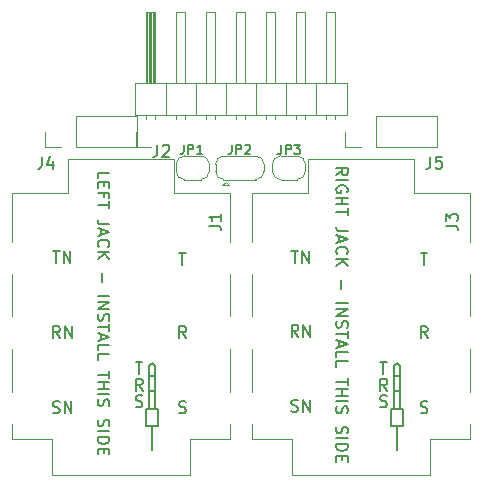
<source format=gbr>
%TF.GenerationSoftware,KiCad,Pcbnew,(6.0.0-0)*%
%TF.CreationDate,2022-03-04T21:17:09-05:00*%
%TF.ProjectId,audio-jack,61756469-6f2d-46a6-9163-6b2e6b696361,rev?*%
%TF.SameCoordinates,Original*%
%TF.FileFunction,Legend,Top*%
%TF.FilePolarity,Positive*%
%FSLAX46Y46*%
G04 Gerber Fmt 4.6, Leading zero omitted, Abs format (unit mm)*
G04 Created by KiCad (PCBNEW (6.0.0-0)) date 2022-03-04 21:17:09*
%MOMM*%
%LPD*%
G01*
G04 APERTURE LIST*
%ADD10C,0.150000*%
%ADD11C,0.120000*%
G04 APERTURE END LIST*
D10*
X125023619Y-63501428D02*
X125023619Y-63025238D01*
X126023619Y-63025238D01*
X125547428Y-63834761D02*
X125547428Y-64168095D01*
X125023619Y-64310952D02*
X125023619Y-63834761D01*
X126023619Y-63834761D01*
X126023619Y-64310952D01*
X125547428Y-65072857D02*
X125547428Y-64739523D01*
X125023619Y-64739523D02*
X126023619Y-64739523D01*
X126023619Y-65215714D01*
X126023619Y-65453809D02*
X126023619Y-66025238D01*
X125023619Y-65739523D02*
X126023619Y-65739523D01*
X126023619Y-67406190D02*
X125309333Y-67406190D01*
X125166476Y-67358571D01*
X125071238Y-67263333D01*
X125023619Y-67120476D01*
X125023619Y-67025238D01*
X125309333Y-67834761D02*
X125309333Y-68310952D01*
X125023619Y-67739523D02*
X126023619Y-68072857D01*
X125023619Y-68406190D01*
X125118857Y-69310952D02*
X125071238Y-69263333D01*
X125023619Y-69120476D01*
X125023619Y-69025238D01*
X125071238Y-68882380D01*
X125166476Y-68787142D01*
X125261714Y-68739523D01*
X125452190Y-68691904D01*
X125595047Y-68691904D01*
X125785523Y-68739523D01*
X125880761Y-68787142D01*
X125976000Y-68882380D01*
X126023619Y-69025238D01*
X126023619Y-69120476D01*
X125976000Y-69263333D01*
X125928380Y-69310952D01*
X125023619Y-69739523D02*
X126023619Y-69739523D01*
X125023619Y-70310952D02*
X125595047Y-69882380D01*
X126023619Y-70310952D02*
X125452190Y-69739523D01*
X125404571Y-71501428D02*
X125404571Y-72263333D01*
X125023619Y-73501428D02*
X126023619Y-73501428D01*
X125023619Y-73977619D02*
X126023619Y-73977619D01*
X125023619Y-74549047D01*
X126023619Y-74549047D01*
X125071238Y-74977619D02*
X125023619Y-75120476D01*
X125023619Y-75358571D01*
X125071238Y-75453809D01*
X125118857Y-75501428D01*
X125214095Y-75549047D01*
X125309333Y-75549047D01*
X125404571Y-75501428D01*
X125452190Y-75453809D01*
X125499809Y-75358571D01*
X125547428Y-75168095D01*
X125595047Y-75072857D01*
X125642666Y-75025238D01*
X125737904Y-74977619D01*
X125833142Y-74977619D01*
X125928380Y-75025238D01*
X125976000Y-75072857D01*
X126023619Y-75168095D01*
X126023619Y-75406190D01*
X125976000Y-75549047D01*
X126023619Y-75834761D02*
X126023619Y-76406190D01*
X125023619Y-76120476D02*
X126023619Y-76120476D01*
X125309333Y-76691904D02*
X125309333Y-77168095D01*
X125023619Y-76596666D02*
X126023619Y-76930000D01*
X125023619Y-77263333D01*
X125023619Y-78072857D02*
X125023619Y-77596666D01*
X126023619Y-77596666D01*
X125023619Y-78882380D02*
X125023619Y-78406190D01*
X126023619Y-78406190D01*
X126023619Y-79834761D02*
X126023619Y-80406190D01*
X125023619Y-80120476D02*
X126023619Y-80120476D01*
X125023619Y-80739523D02*
X126023619Y-80739523D01*
X125547428Y-80739523D02*
X125547428Y-81310952D01*
X125023619Y-81310952D02*
X126023619Y-81310952D01*
X125023619Y-81787142D02*
X126023619Y-81787142D01*
X125071238Y-82215714D02*
X125023619Y-82358571D01*
X125023619Y-82596666D01*
X125071238Y-82691904D01*
X125118857Y-82739523D01*
X125214095Y-82787142D01*
X125309333Y-82787142D01*
X125404571Y-82739523D01*
X125452190Y-82691904D01*
X125499809Y-82596666D01*
X125547428Y-82406190D01*
X125595047Y-82310952D01*
X125642666Y-82263333D01*
X125737904Y-82215714D01*
X125833142Y-82215714D01*
X125928380Y-82263333D01*
X125976000Y-82310952D01*
X126023619Y-82406190D01*
X126023619Y-82644285D01*
X125976000Y-82787142D01*
X125071238Y-83930000D02*
X125023619Y-84072857D01*
X125023619Y-84310952D01*
X125071238Y-84406190D01*
X125118857Y-84453809D01*
X125214095Y-84501428D01*
X125309333Y-84501428D01*
X125404571Y-84453809D01*
X125452190Y-84406190D01*
X125499809Y-84310952D01*
X125547428Y-84120476D01*
X125595047Y-84025238D01*
X125642666Y-83977619D01*
X125737904Y-83930000D01*
X125833142Y-83930000D01*
X125928380Y-83977619D01*
X125976000Y-84025238D01*
X126023619Y-84120476D01*
X126023619Y-84358571D01*
X125976000Y-84501428D01*
X125023619Y-84930000D02*
X126023619Y-84930000D01*
X125023619Y-85406190D02*
X126023619Y-85406190D01*
X126023619Y-85644285D01*
X125976000Y-85787142D01*
X125880761Y-85882380D01*
X125785523Y-85930000D01*
X125595047Y-85977619D01*
X125452190Y-85977619D01*
X125261714Y-85930000D01*
X125166476Y-85882380D01*
X125071238Y-85787142D01*
X125023619Y-85644285D01*
X125023619Y-85406190D01*
X125547428Y-86406190D02*
X125547428Y-86739523D01*
X125023619Y-86882380D02*
X125023619Y-86406190D01*
X126023619Y-86406190D01*
X126023619Y-86882380D01*
X150114000Y-79375000D02*
X150368000Y-79121000D01*
X150114000Y-83058000D02*
X150114000Y-79375000D01*
X129921000Y-83058000D02*
X129413000Y-83058000D01*
X150876000Y-84455000D02*
X150876000Y-83058000D01*
X129413000Y-79375000D02*
X129667000Y-79121000D01*
X150368000Y-84455000D02*
X150368000Y-86487000D01*
X129413000Y-80264000D02*
X129921000Y-80264000D01*
X129413000Y-81534000D02*
X129921000Y-81534000D01*
X130175000Y-83058000D02*
X129921000Y-83058000D01*
X150114000Y-80264000D02*
X150622000Y-80264000D01*
X129159000Y-83058000D02*
X129159000Y-84455000D01*
X129667000Y-84455000D02*
X129667000Y-86487000D01*
X150114000Y-81534000D02*
X150622000Y-81534000D01*
X149860000Y-84455000D02*
X150876000Y-84455000D01*
X129413000Y-83058000D02*
X129159000Y-83058000D01*
X150368000Y-79121000D02*
X150622000Y-79375000D01*
X130175000Y-84455000D02*
X130175000Y-83058000D01*
X129413000Y-83058000D02*
X129413000Y-79375000D01*
X150114000Y-83058000D02*
X149860000Y-83058000D01*
X129159000Y-84455000D02*
X130175000Y-84455000D01*
X129921000Y-79375000D02*
X129921000Y-83058000D01*
X150876000Y-83058000D02*
X150622000Y-83058000D01*
X149860000Y-83058000D02*
X149860000Y-84455000D01*
X150622000Y-79375000D02*
X150622000Y-83058000D01*
X129667000Y-79121000D02*
X129921000Y-79375000D01*
X150622000Y-83058000D02*
X150114000Y-83058000D01*
X121237476Y-83335761D02*
X121380333Y-83383380D01*
X121618428Y-83383380D01*
X121713666Y-83335761D01*
X121761285Y-83288142D01*
X121808904Y-83192904D01*
X121808904Y-83097666D01*
X121761285Y-83002428D01*
X121713666Y-82954809D01*
X121618428Y-82907190D01*
X121427952Y-82859571D01*
X121332714Y-82811952D01*
X121285095Y-82764333D01*
X121237476Y-82669095D01*
X121237476Y-82573857D01*
X121285095Y-82478619D01*
X121332714Y-82431000D01*
X121427952Y-82383380D01*
X121666047Y-82383380D01*
X121808904Y-82431000D01*
X122237476Y-83383380D02*
X122237476Y-82383380D01*
X122808904Y-83383380D01*
X122808904Y-82383380D01*
X128238285Y-79081380D02*
X128809714Y-79081380D01*
X128524000Y-80081380D02*
X128524000Y-79081380D01*
X142025714Y-76906380D02*
X141692380Y-76430190D01*
X141454285Y-76906380D02*
X141454285Y-75906380D01*
X141835238Y-75906380D01*
X141930476Y-75954000D01*
X141978095Y-76001619D01*
X142025714Y-76096857D01*
X142025714Y-76239714D01*
X141978095Y-76334952D01*
X141930476Y-76382571D01*
X141835238Y-76430190D01*
X141454285Y-76430190D01*
X142454285Y-76906380D02*
X142454285Y-75906380D01*
X143025714Y-76906380D01*
X143025714Y-75906380D01*
X121237476Y-69683380D02*
X121808904Y-69683380D01*
X121523190Y-70683380D02*
X121523190Y-69683380D01*
X122142238Y-70683380D02*
X122142238Y-69683380D01*
X122713666Y-70683380D01*
X122713666Y-69683380D01*
X121832714Y-77033380D02*
X121499380Y-76557190D01*
X121261285Y-77033380D02*
X121261285Y-76033380D01*
X121642238Y-76033380D01*
X121737476Y-76081000D01*
X121785095Y-76128619D01*
X121832714Y-76223857D01*
X121832714Y-76366714D01*
X121785095Y-76461952D01*
X121737476Y-76509571D01*
X121642238Y-76557190D01*
X121261285Y-76557190D01*
X122261285Y-77033380D02*
X122261285Y-76033380D01*
X122832714Y-77033380D01*
X122832714Y-76033380D01*
X131921285Y-69810380D02*
X132492714Y-69810380D01*
X132207000Y-70810380D02*
X132207000Y-69810380D01*
X145216619Y-63247476D02*
X145692809Y-62914142D01*
X145216619Y-62676047D02*
X146216619Y-62676047D01*
X146216619Y-63057000D01*
X146169000Y-63152238D01*
X146121380Y-63199857D01*
X146026142Y-63247476D01*
X145883285Y-63247476D01*
X145788047Y-63199857D01*
X145740428Y-63152238D01*
X145692809Y-63057000D01*
X145692809Y-62676047D01*
X145216619Y-63676047D02*
X146216619Y-63676047D01*
X146169000Y-64676047D02*
X146216619Y-64580809D01*
X146216619Y-64437952D01*
X146169000Y-64295095D01*
X146073761Y-64199857D01*
X145978523Y-64152238D01*
X145788047Y-64104619D01*
X145645190Y-64104619D01*
X145454714Y-64152238D01*
X145359476Y-64199857D01*
X145264238Y-64295095D01*
X145216619Y-64437952D01*
X145216619Y-64533190D01*
X145264238Y-64676047D01*
X145311857Y-64723666D01*
X145645190Y-64723666D01*
X145645190Y-64533190D01*
X145216619Y-65152238D02*
X146216619Y-65152238D01*
X145740428Y-65152238D02*
X145740428Y-65723666D01*
X145216619Y-65723666D02*
X146216619Y-65723666D01*
X146216619Y-66057000D02*
X146216619Y-66628428D01*
X145216619Y-66342714D02*
X146216619Y-66342714D01*
X146216619Y-68009380D02*
X145502333Y-68009380D01*
X145359476Y-67961761D01*
X145264238Y-67866523D01*
X145216619Y-67723666D01*
X145216619Y-67628428D01*
X145502333Y-68437952D02*
X145502333Y-68914142D01*
X145216619Y-68342714D02*
X146216619Y-68676047D01*
X145216619Y-69009380D01*
X145311857Y-69914142D02*
X145264238Y-69866523D01*
X145216619Y-69723666D01*
X145216619Y-69628428D01*
X145264238Y-69485571D01*
X145359476Y-69390333D01*
X145454714Y-69342714D01*
X145645190Y-69295095D01*
X145788047Y-69295095D01*
X145978523Y-69342714D01*
X146073761Y-69390333D01*
X146169000Y-69485571D01*
X146216619Y-69628428D01*
X146216619Y-69723666D01*
X146169000Y-69866523D01*
X146121380Y-69914142D01*
X145216619Y-70342714D02*
X146216619Y-70342714D01*
X145216619Y-70914142D02*
X145788047Y-70485571D01*
X146216619Y-70914142D02*
X145645190Y-70342714D01*
X145597571Y-72104619D02*
X145597571Y-72866523D01*
X145216619Y-74104619D02*
X146216619Y-74104619D01*
X145216619Y-74580809D02*
X146216619Y-74580809D01*
X145216619Y-75152238D01*
X146216619Y-75152238D01*
X145264238Y-75580809D02*
X145216619Y-75723666D01*
X145216619Y-75961761D01*
X145264238Y-76057000D01*
X145311857Y-76104619D01*
X145407095Y-76152238D01*
X145502333Y-76152238D01*
X145597571Y-76104619D01*
X145645190Y-76057000D01*
X145692809Y-75961761D01*
X145740428Y-75771285D01*
X145788047Y-75676047D01*
X145835666Y-75628428D01*
X145930904Y-75580809D01*
X146026142Y-75580809D01*
X146121380Y-75628428D01*
X146169000Y-75676047D01*
X146216619Y-75771285D01*
X146216619Y-76009380D01*
X146169000Y-76152238D01*
X146216619Y-76437952D02*
X146216619Y-77009380D01*
X145216619Y-76723666D02*
X146216619Y-76723666D01*
X145502333Y-77295095D02*
X145502333Y-77771285D01*
X145216619Y-77199857D02*
X146216619Y-77533190D01*
X145216619Y-77866523D01*
X145216619Y-78676047D02*
X145216619Y-78199857D01*
X146216619Y-78199857D01*
X145216619Y-79485571D02*
X145216619Y-79009380D01*
X146216619Y-79009380D01*
X146216619Y-80437952D02*
X146216619Y-81009380D01*
X145216619Y-80723666D02*
X146216619Y-80723666D01*
X145216619Y-81342714D02*
X146216619Y-81342714D01*
X145740428Y-81342714D02*
X145740428Y-81914142D01*
X145216619Y-81914142D02*
X146216619Y-81914142D01*
X145216619Y-82390333D02*
X146216619Y-82390333D01*
X145264238Y-82818904D02*
X145216619Y-82961761D01*
X145216619Y-83199857D01*
X145264238Y-83295095D01*
X145311857Y-83342714D01*
X145407095Y-83390333D01*
X145502333Y-83390333D01*
X145597571Y-83342714D01*
X145645190Y-83295095D01*
X145692809Y-83199857D01*
X145740428Y-83009380D01*
X145788047Y-82914142D01*
X145835666Y-82866523D01*
X145930904Y-82818904D01*
X146026142Y-82818904D01*
X146121380Y-82866523D01*
X146169000Y-82914142D01*
X146216619Y-83009380D01*
X146216619Y-83247476D01*
X146169000Y-83390333D01*
X145264238Y-84533190D02*
X145216619Y-84676047D01*
X145216619Y-84914142D01*
X145264238Y-85009380D01*
X145311857Y-85057000D01*
X145407095Y-85104619D01*
X145502333Y-85104619D01*
X145597571Y-85057000D01*
X145645190Y-85009380D01*
X145692809Y-84914142D01*
X145740428Y-84723666D01*
X145788047Y-84628428D01*
X145835666Y-84580809D01*
X145930904Y-84533190D01*
X146026142Y-84533190D01*
X146121380Y-84580809D01*
X146169000Y-84628428D01*
X146216619Y-84723666D01*
X146216619Y-84961761D01*
X146169000Y-85104619D01*
X145216619Y-85533190D02*
X146216619Y-85533190D01*
X145216619Y-86009380D02*
X146216619Y-86009380D01*
X146216619Y-86247476D01*
X146169000Y-86390333D01*
X146073761Y-86485571D01*
X145978523Y-86533190D01*
X145788047Y-86580809D01*
X145645190Y-86580809D01*
X145454714Y-86533190D01*
X145359476Y-86485571D01*
X145264238Y-86390333D01*
X145216619Y-86247476D01*
X145216619Y-86009380D01*
X145740428Y-87009380D02*
X145740428Y-87342714D01*
X145216619Y-87485571D02*
X145216619Y-87009380D01*
X146216619Y-87009380D01*
X146216619Y-87485571D01*
X152963523Y-77033380D02*
X152630190Y-76557190D01*
X152392095Y-77033380D02*
X152392095Y-76033380D01*
X152773047Y-76033380D01*
X152868285Y-76081000D01*
X152915904Y-76128619D01*
X152963523Y-76223857D01*
X152963523Y-76366714D01*
X152915904Y-76461952D01*
X152868285Y-76509571D01*
X152773047Y-76557190D01*
X152392095Y-76557190D01*
X148939285Y-82827761D02*
X149082142Y-82875380D01*
X149320238Y-82875380D01*
X149415476Y-82827761D01*
X149463095Y-82780142D01*
X149510714Y-82684904D01*
X149510714Y-82589666D01*
X149463095Y-82494428D01*
X149415476Y-82446809D01*
X149320238Y-82399190D01*
X149129761Y-82351571D01*
X149034523Y-82303952D01*
X148986904Y-82256333D01*
X148939285Y-82161095D01*
X148939285Y-82065857D01*
X148986904Y-81970619D01*
X149034523Y-81923000D01*
X149129761Y-81875380D01*
X149367857Y-81875380D01*
X149510714Y-81923000D01*
X141430476Y-69683380D02*
X142001904Y-69683380D01*
X141716190Y-70683380D02*
X141716190Y-69683380D01*
X142335238Y-70683380D02*
X142335238Y-69683380D01*
X142906666Y-70683380D01*
X142906666Y-69683380D01*
X152368285Y-69810380D02*
X152939714Y-69810380D01*
X152654000Y-70810380D02*
X152654000Y-69810380D01*
X152368285Y-83335761D02*
X152511142Y-83383380D01*
X152749238Y-83383380D01*
X152844476Y-83335761D01*
X152892095Y-83288142D01*
X152939714Y-83192904D01*
X152939714Y-83097666D01*
X152892095Y-83002428D01*
X152844476Y-82954809D01*
X152749238Y-82907190D01*
X152558761Y-82859571D01*
X152463523Y-82811952D01*
X152415904Y-82764333D01*
X152368285Y-82669095D01*
X152368285Y-82573857D01*
X152415904Y-82478619D01*
X152463523Y-82431000D01*
X152558761Y-82383380D01*
X152796857Y-82383380D01*
X152939714Y-82431000D01*
X131921285Y-83335761D02*
X132064142Y-83383380D01*
X132302238Y-83383380D01*
X132397476Y-83335761D01*
X132445095Y-83288142D01*
X132492714Y-83192904D01*
X132492714Y-83097666D01*
X132445095Y-83002428D01*
X132397476Y-82954809D01*
X132302238Y-82907190D01*
X132111761Y-82859571D01*
X132016523Y-82811952D01*
X131968904Y-82764333D01*
X131921285Y-82669095D01*
X131921285Y-82573857D01*
X131968904Y-82478619D01*
X132016523Y-82431000D01*
X132111761Y-82383380D01*
X132349857Y-82383380D01*
X132492714Y-82431000D01*
X141430476Y-83208761D02*
X141573333Y-83256380D01*
X141811428Y-83256380D01*
X141906666Y-83208761D01*
X141954285Y-83161142D01*
X142001904Y-83065904D01*
X142001904Y-82970666D01*
X141954285Y-82875428D01*
X141906666Y-82827809D01*
X141811428Y-82780190D01*
X141620952Y-82732571D01*
X141525714Y-82684952D01*
X141478095Y-82637333D01*
X141430476Y-82542095D01*
X141430476Y-82446857D01*
X141478095Y-82351619D01*
X141525714Y-82304000D01*
X141620952Y-82256380D01*
X141859047Y-82256380D01*
X142001904Y-82304000D01*
X142430476Y-83256380D02*
X142430476Y-82256380D01*
X143001904Y-83256380D01*
X143001904Y-82256380D01*
X132516523Y-77033380D02*
X132183190Y-76557190D01*
X131945095Y-77033380D02*
X131945095Y-76033380D01*
X132326047Y-76033380D01*
X132421285Y-76081000D01*
X132468904Y-76128619D01*
X132516523Y-76223857D01*
X132516523Y-76366714D01*
X132468904Y-76461952D01*
X132421285Y-76509571D01*
X132326047Y-76557190D01*
X131945095Y-76557190D01*
X148939285Y-79081380D02*
X149510714Y-79081380D01*
X149225000Y-80081380D02*
X149225000Y-79081380D01*
X149534523Y-81478380D02*
X149201190Y-81002190D01*
X148963095Y-81478380D02*
X148963095Y-80478380D01*
X149344047Y-80478380D01*
X149439285Y-80526000D01*
X149486904Y-80573619D01*
X149534523Y-80668857D01*
X149534523Y-80811714D01*
X149486904Y-80906952D01*
X149439285Y-80954571D01*
X149344047Y-81002190D01*
X148963095Y-81002190D01*
X128238285Y-82827761D02*
X128381142Y-82875380D01*
X128619238Y-82875380D01*
X128714476Y-82827761D01*
X128762095Y-82780142D01*
X128809714Y-82684904D01*
X128809714Y-82589666D01*
X128762095Y-82494428D01*
X128714476Y-82446809D01*
X128619238Y-82399190D01*
X128428761Y-82351571D01*
X128333523Y-82303952D01*
X128285904Y-82256333D01*
X128238285Y-82161095D01*
X128238285Y-82065857D01*
X128285904Y-81970619D01*
X128333523Y-81923000D01*
X128428761Y-81875380D01*
X128666857Y-81875380D01*
X128809714Y-81923000D01*
X128833523Y-81478380D02*
X128500190Y-81002190D01*
X128262095Y-81478380D02*
X128262095Y-80478380D01*
X128643047Y-80478380D01*
X128738285Y-80526000D01*
X128785904Y-80573619D01*
X128833523Y-80668857D01*
X128833523Y-80811714D01*
X128785904Y-80906952D01*
X128738285Y-80954571D01*
X128643047Y-81002190D01*
X128262095Y-81002190D01*
%TO.C,J1*%
X134453380Y-67516333D02*
X135167666Y-67516333D01*
X135310523Y-67563952D01*
X135405761Y-67659190D01*
X135453380Y-67802047D01*
X135453380Y-67897285D01*
X135453380Y-66516333D02*
X135453380Y-67087761D01*
X135453380Y-66802047D02*
X134453380Y-66802047D01*
X134596238Y-66897285D01*
X134691476Y-66992523D01*
X134739095Y-67087761D01*
%TO.C,J5*%
X153209666Y-61682380D02*
X153209666Y-62396666D01*
X153162047Y-62539523D01*
X153066809Y-62634761D01*
X152923952Y-62682380D01*
X152828714Y-62682380D01*
X154162047Y-61682380D02*
X153685857Y-61682380D01*
X153638238Y-62158571D01*
X153685857Y-62110952D01*
X153781095Y-62063333D01*
X154019190Y-62063333D01*
X154114428Y-62110952D01*
X154162047Y-62158571D01*
X154209666Y-62253809D01*
X154209666Y-62491904D01*
X154162047Y-62587142D01*
X154114428Y-62634761D01*
X154019190Y-62682380D01*
X153781095Y-62682380D01*
X153685857Y-62634761D01*
X153638238Y-62587142D01*
%TO.C,JP3*%
X140557333Y-60648904D02*
X140557333Y-61220333D01*
X140519238Y-61334619D01*
X140443047Y-61410809D01*
X140328761Y-61448904D01*
X140252571Y-61448904D01*
X140938285Y-61448904D02*
X140938285Y-60648904D01*
X141243047Y-60648904D01*
X141319238Y-60687000D01*
X141357333Y-60725095D01*
X141395428Y-60801285D01*
X141395428Y-60915571D01*
X141357333Y-60991761D01*
X141319238Y-61029857D01*
X141243047Y-61067952D01*
X140938285Y-61067952D01*
X141662095Y-60648904D02*
X142157333Y-60648904D01*
X141890666Y-60953666D01*
X142004952Y-60953666D01*
X142081142Y-60991761D01*
X142119238Y-61029857D01*
X142157333Y-61106047D01*
X142157333Y-61296523D01*
X142119238Y-61372714D01*
X142081142Y-61410809D01*
X142004952Y-61448904D01*
X141776380Y-61448904D01*
X141700190Y-61410809D01*
X141662095Y-61372714D01*
%TO.C,JP1*%
X132302333Y-60648904D02*
X132302333Y-61220333D01*
X132264238Y-61334619D01*
X132188047Y-61410809D01*
X132073761Y-61448904D01*
X131997571Y-61448904D01*
X132683285Y-61448904D02*
X132683285Y-60648904D01*
X132988047Y-60648904D01*
X133064238Y-60687000D01*
X133102333Y-60725095D01*
X133140428Y-60801285D01*
X133140428Y-60915571D01*
X133102333Y-60991761D01*
X133064238Y-61029857D01*
X132988047Y-61067952D01*
X132683285Y-61067952D01*
X133902333Y-61448904D02*
X133445190Y-61448904D01*
X133673761Y-61448904D02*
X133673761Y-60648904D01*
X133597571Y-60763190D01*
X133521380Y-60839380D01*
X133445190Y-60877476D01*
%TO.C,J4*%
X120316666Y-61682380D02*
X120316666Y-62396666D01*
X120269047Y-62539523D01*
X120173809Y-62634761D01*
X120030952Y-62682380D01*
X119935714Y-62682380D01*
X121221428Y-62015714D02*
X121221428Y-62682380D01*
X120983333Y-61634761D02*
X120745238Y-62349047D01*
X121364285Y-62349047D01*
%TO.C,JP2*%
X136366333Y-60648904D02*
X136366333Y-61220333D01*
X136328238Y-61334619D01*
X136252047Y-61410809D01*
X136137761Y-61448904D01*
X136061571Y-61448904D01*
X136747285Y-61448904D02*
X136747285Y-60648904D01*
X137052047Y-60648904D01*
X137128238Y-60687000D01*
X137166333Y-60725095D01*
X137204428Y-60801285D01*
X137204428Y-60915571D01*
X137166333Y-60991761D01*
X137128238Y-61029857D01*
X137052047Y-61067952D01*
X136747285Y-61067952D01*
X137509190Y-60725095D02*
X137547285Y-60687000D01*
X137623476Y-60648904D01*
X137813952Y-60648904D01*
X137890142Y-60687000D01*
X137928238Y-60725095D01*
X137966333Y-60801285D01*
X137966333Y-60877476D01*
X137928238Y-60991761D01*
X137471095Y-61448904D01*
X137966333Y-61448904D01*
%TO.C,J2*%
X130095666Y-60666380D02*
X130095666Y-61380666D01*
X130048047Y-61523523D01*
X129952809Y-61618761D01*
X129809952Y-61666380D01*
X129714714Y-61666380D01*
X130524238Y-60761619D02*
X130571857Y-60714000D01*
X130667095Y-60666380D01*
X130905190Y-60666380D01*
X131000428Y-60714000D01*
X131048047Y-60761619D01*
X131095666Y-60856857D01*
X131095666Y-60952095D01*
X131048047Y-61094952D01*
X130476619Y-61666380D01*
X131095666Y-61666380D01*
%TO.C,J3*%
X154519380Y-67516333D02*
X155233666Y-67516333D01*
X155376523Y-67563952D01*
X155471761Y-67659190D01*
X155519380Y-67802047D01*
X155519380Y-67897285D01*
X154519380Y-67135380D02*
X154519380Y-66516333D01*
X154900333Y-66849666D01*
X154900333Y-66706809D01*
X154947952Y-66611571D01*
X154995571Y-66563952D01*
X155090809Y-66516333D01*
X155328904Y-66516333D01*
X155424142Y-66563952D01*
X155471761Y-66611571D01*
X155519380Y-66706809D01*
X155519380Y-66992523D01*
X155471761Y-67087761D01*
X155424142Y-67135380D01*
D11*
%TO.C,J1*%
X136233000Y-85601000D02*
X136233000Y-84281000D01*
X132833000Y-85601000D02*
X136233000Y-85601000D01*
X136233000Y-77981000D02*
X136233000Y-81581000D01*
X117793000Y-81581000D02*
X117793000Y-77981000D01*
X121193000Y-88601000D02*
X132833000Y-88601000D01*
X117793000Y-68881000D02*
X117793000Y-64751000D01*
X122583000Y-61831000D02*
X131483000Y-61831000D01*
X121193000Y-85601000D02*
X121193000Y-88601000D01*
X117793000Y-85601000D02*
X121193000Y-85601000D01*
X131483000Y-64751000D02*
X136233000Y-64751000D01*
X132833000Y-85601000D02*
X132833000Y-88601000D01*
X136233000Y-64751000D02*
X136233000Y-68881000D01*
X122543000Y-61831000D02*
X122543000Y-64751000D01*
X136233000Y-71581000D02*
X136233000Y-75181000D01*
X117793000Y-75181000D02*
X117793000Y-71581000D01*
X117793000Y-85601000D02*
X117793000Y-84281000D01*
X131483000Y-61831000D02*
X131483000Y-64751000D01*
X117793000Y-64751000D02*
X122543000Y-64751000D01*
%TO.C,J5*%
X148590000Y-58233000D02*
X153730000Y-58233000D01*
X148590000Y-60893000D02*
X153730000Y-60893000D01*
X147320000Y-60893000D02*
X145990000Y-60893000D01*
X153730000Y-60893000D02*
X153730000Y-58233000D01*
X148590000Y-60893000D02*
X148590000Y-58233000D01*
X145990000Y-60893000D02*
X145990000Y-59563000D01*
%TO.C,JP3*%
X139824000Y-62911000D02*
X139824000Y-62311000D01*
X140524000Y-61611000D02*
X141924000Y-61611000D01*
X141924000Y-63611000D02*
X140524000Y-63611000D01*
X142624000Y-62311000D02*
X142624000Y-62911000D01*
X141924000Y-63611000D02*
G75*
G03*
X142624000Y-62911000I1J699999D01*
G01*
X139824000Y-62911000D02*
G75*
G03*
X140524000Y-63611000I699999J-1D01*
G01*
X142624000Y-62311000D02*
G75*
G03*
X141924000Y-61611000I-699999J1D01*
G01*
X140524000Y-61611000D02*
G75*
G03*
X139824000Y-62311000I-1J-699999D01*
G01*
%TO.C,JP1*%
X131681000Y-62911000D02*
X131681000Y-62311000D01*
X132381000Y-61611000D02*
X133781000Y-61611000D01*
X133781000Y-63611000D02*
X132381000Y-63611000D01*
X134481000Y-62311000D02*
X134481000Y-62911000D01*
X134481000Y-62311000D02*
G75*
G03*
X133781000Y-61611000I-699999J1D01*
G01*
X132381000Y-61611000D02*
G75*
G03*
X131681000Y-62311000I-1J-699999D01*
G01*
X131681000Y-62911000D02*
G75*
G03*
X132381000Y-63611000I699999J-1D01*
G01*
X133781000Y-63611000D02*
G75*
G03*
X134481000Y-62911000I1J699999D01*
G01*
%TO.C,J4*%
X123190000Y-60893000D02*
X128330000Y-60893000D01*
X128330000Y-60893000D02*
X128330000Y-58233000D01*
X120590000Y-60893000D02*
X120590000Y-59563000D01*
X123190000Y-58233000D02*
X128330000Y-58233000D01*
X121920000Y-60893000D02*
X120590000Y-60893000D01*
X123190000Y-60893000D02*
X123190000Y-58233000D01*
%TO.C,JP2*%
X135013000Y-62911000D02*
X135013000Y-62311000D01*
X138463000Y-63611000D02*
X135663000Y-63611000D01*
X135563000Y-64111000D02*
X136163000Y-64111000D01*
X135863000Y-63811000D02*
X135563000Y-64111000D01*
X135863000Y-63811000D02*
X136163000Y-64111000D01*
X139113000Y-62311000D02*
X139113000Y-62911000D01*
X135663000Y-61611000D02*
X138463000Y-61611000D01*
X138413000Y-63611000D02*
G75*
G03*
X139113000Y-62911000I1J699999D01*
G01*
X135713000Y-61611000D02*
G75*
G03*
X135013000Y-62311000I-1J-699999D01*
G01*
X135013000Y-62911000D02*
G75*
G03*
X135713000Y-63611000I699999J-1D01*
G01*
X139113000Y-62311000D02*
G75*
G03*
X138413000Y-61611000I-699999J1D01*
G01*
%TO.C,J2*%
X128210000Y-55463000D02*
X128210000Y-58123000D01*
X144400000Y-58520071D02*
X144400000Y-58123000D01*
X131700000Y-55463000D02*
X131700000Y-49463000D01*
X140080000Y-58520071D02*
X140080000Y-58123000D01*
X135000000Y-58520071D02*
X135000000Y-58123000D01*
X138430000Y-58123000D02*
X138430000Y-55463000D01*
X134240000Y-58520071D02*
X134240000Y-58123000D01*
X137540000Y-58520071D02*
X137540000Y-58123000D01*
X142620000Y-49463000D02*
X142620000Y-55463000D01*
X129160000Y-58453000D02*
X129160000Y-58123000D01*
X129160000Y-49463000D02*
X129920000Y-49463000D01*
X139320000Y-55463000D02*
X139320000Y-49463000D01*
X146110000Y-58123000D02*
X146110000Y-55463000D01*
X128270000Y-60833000D02*
X128270000Y-59563000D01*
X141860000Y-55463000D02*
X141860000Y-49463000D01*
X135000000Y-49463000D02*
X135000000Y-55463000D01*
X129460000Y-55463000D02*
X129460000Y-49463000D01*
X140970000Y-58123000D02*
X140970000Y-55463000D01*
X129820000Y-55463000D02*
X129820000Y-49463000D01*
X132460000Y-58520071D02*
X132460000Y-58123000D01*
X141860000Y-58520071D02*
X141860000Y-58123000D01*
X129220000Y-55463000D02*
X129220000Y-49463000D01*
X143510000Y-58123000D02*
X143510000Y-55463000D01*
X129340000Y-55463000D02*
X129340000Y-49463000D01*
X137540000Y-49463000D02*
X137540000Y-55463000D01*
X128210000Y-58123000D02*
X146110000Y-58123000D01*
X139320000Y-49463000D02*
X140080000Y-49463000D01*
X146110000Y-55463000D02*
X128210000Y-55463000D01*
X132460000Y-49463000D02*
X132460000Y-55463000D01*
X135890000Y-58123000D02*
X135890000Y-55463000D01*
X129920000Y-58453000D02*
X129920000Y-58123000D01*
X134240000Y-49463000D02*
X135000000Y-49463000D01*
X130810000Y-58123000D02*
X130810000Y-55463000D01*
X142620000Y-58520071D02*
X142620000Y-58123000D01*
X131700000Y-58520071D02*
X131700000Y-58123000D01*
X129700000Y-55463000D02*
X129700000Y-49463000D01*
X145160000Y-49463000D02*
X145160000Y-55463000D01*
X129540000Y-60833000D02*
X128270000Y-60833000D01*
X145160000Y-58520071D02*
X145160000Y-58123000D01*
X144400000Y-55463000D02*
X144400000Y-49463000D01*
X129160000Y-55463000D02*
X129160000Y-49463000D01*
X131700000Y-49463000D02*
X132460000Y-49463000D01*
X133350000Y-58123000D02*
X133350000Y-55463000D01*
X136780000Y-55463000D02*
X136780000Y-49463000D01*
X136780000Y-49463000D02*
X137540000Y-49463000D01*
X141860000Y-49463000D02*
X142620000Y-49463000D01*
X129580000Y-55463000D02*
X129580000Y-49463000D01*
X136780000Y-58520071D02*
X136780000Y-58123000D01*
X129920000Y-49463000D02*
X129920000Y-55463000D01*
X140080000Y-49463000D02*
X140080000Y-55463000D01*
X139320000Y-58520071D02*
X139320000Y-58123000D01*
X144400000Y-49463000D02*
X145160000Y-49463000D01*
X134240000Y-55463000D02*
X134240000Y-49463000D01*
%TO.C,J3*%
X156540000Y-85601000D02*
X156540000Y-84281000D01*
X141500000Y-88601000D02*
X153140000Y-88601000D01*
X142890000Y-61831000D02*
X151790000Y-61831000D01*
X151790000Y-64751000D02*
X156540000Y-64751000D01*
X138100000Y-81581000D02*
X138100000Y-77981000D01*
X156540000Y-77981000D02*
X156540000Y-81581000D01*
X142850000Y-61831000D02*
X142850000Y-64751000D01*
X138100000Y-85601000D02*
X138100000Y-84281000D01*
X138100000Y-64751000D02*
X142850000Y-64751000D01*
X156540000Y-64751000D02*
X156540000Y-68881000D01*
X138100000Y-68881000D02*
X138100000Y-64751000D01*
X153140000Y-85601000D02*
X153140000Y-88601000D01*
X156540000Y-71581000D02*
X156540000Y-75181000D01*
X153140000Y-85601000D02*
X156540000Y-85601000D01*
X151790000Y-61831000D02*
X151790000Y-64751000D01*
X138100000Y-75181000D02*
X138100000Y-71581000D01*
X138100000Y-85601000D02*
X141500000Y-85601000D01*
X141500000Y-85601000D02*
X141500000Y-88601000D01*
%TD*%
M02*

</source>
